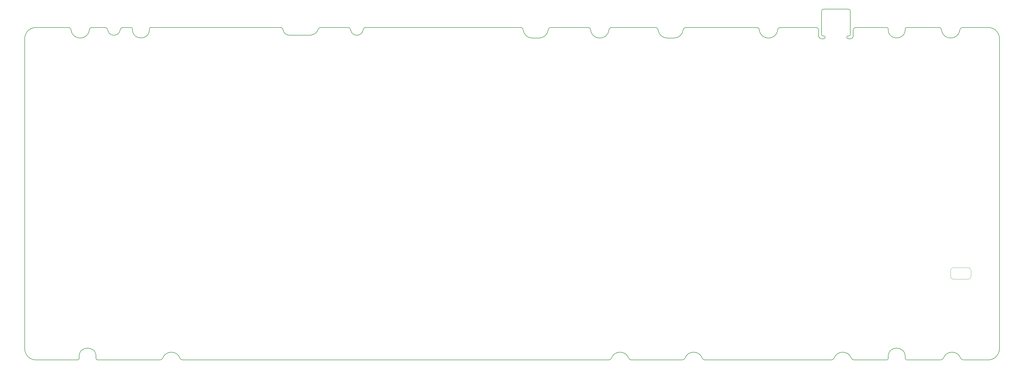
<source format=gbr>
%TF.GenerationSoftware,KiCad,Pcbnew,(5.1.12)-1*%
%TF.CreationDate,2022-12-08T05:34:39+07:00*%
%TF.ProjectId,Solder,536f6c64-6572-42e6-9b69-6361645f7063,rev?*%
%TF.SameCoordinates,Original*%
%TF.FileFunction,Profile,NP*%
%FSLAX46Y46*%
G04 Gerber Fmt 4.6, Leading zero omitted, Abs format (unit mm)*
G04 Created by KiCad (PCBNEW (5.1.12)-1) date 2022-12-08 05:34:39*
%MOMM*%
%LPD*%
G01*
G04 APERTURE LIST*
%TA.AperFunction,Profile*%
%ADD10C,0.050000*%
%TD*%
%TA.AperFunction,Profile*%
%ADD11C,0.200000*%
%TD*%
G04 APERTURE END LIST*
D10*
X362201187Y-112699772D02*
G75*
G02*
X361201187Y-113699772I-1000000J0D01*
G01*
X356057407Y-113699772D02*
G75*
G02*
X355057407Y-112699772I0J1000000D01*
G01*
X355057407Y-110627882D02*
G75*
G02*
X356057407Y-109627882I1000000J0D01*
G01*
X361201187Y-109627882D02*
G75*
G02*
X362201187Y-110627882I0J-1000000D01*
G01*
X355057407Y-110627882D02*
X355057407Y-112699772D01*
X361201187Y-109627882D02*
X356057407Y-109627882D01*
X362201187Y-112699772D02*
X362201187Y-110627882D01*
X356057407Y-113699772D02*
X361201187Y-113699772D01*
D11*
X319651818Y-27237122D02*
G75*
G02*
X319151818Y-27737122I-500000J0D01*
G01*
X318872078Y-27737122D02*
X319151818Y-27737122D01*
X261305099Y-141576939D02*
G75*
G02*
X267387075Y-141576937I3040988J-1146681D01*
G01*
X268322764Y-142224113D02*
X312979408Y-142224112D01*
X261305097Y-141576938D02*
G75*
G02*
X260369408Y-142224112I-935689J352826D01*
G01*
X268322764Y-142224113D02*
G75*
G02*
X267387075Y-141576937I1J1000001D01*
G01*
X260369408Y-142224112D02*
X242359460Y-142224112D01*
X293991233Y-25622536D02*
G75*
G02*
X294984297Y-24740112I993064J-117576D01*
G01*
X62005465Y-25586358D02*
G75*
G02*
X57558969Y-25586360I-2223248J345945D01*
G01*
X51102773Y-25622536D02*
G75*
G02*
X52095837Y-24740112I993064J-117576D01*
G01*
X308495037Y-27737122D02*
X308495037Y-25740112D01*
X131886611Y-25387226D02*
G75*
G02*
X128846033Y-27490113I-3040578J1146752D01*
G01*
X121693287Y-27490414D02*
G75*
G02*
X119470040Y-25586360I-1J2250000D01*
G01*
X203197465Y-24740112D02*
G75*
G02*
X204190529Y-25622536I0J-1000000D01*
G01*
X131886610Y-25387226D02*
G75*
G02*
X132822276Y-24740112I935666J-352886D01*
G01*
X213029693Y-25622536D02*
G75*
G02*
X209802235Y-28490413I-3227458J382123D01*
G01*
X257427535Y-28490413D02*
X255043287Y-28490414D01*
X320655036Y-27737122D02*
G75*
G02*
X319655036Y-28737122I-1000000J0D01*
G01*
X56570863Y-24740113D02*
G75*
G02*
X57558969Y-25586360I-2J-999999D01*
G01*
X227011696Y-24740113D02*
G75*
G02*
X228004759Y-25622536I0J-999999D01*
G01*
X207417987Y-28490413D02*
G75*
G02*
X204190529Y-25622536I0J3250000D01*
G01*
X51102775Y-25622535D02*
G75*
G02*
X44647865Y-25622600I-3227459J382123D01*
G01*
X209802235Y-28490413D02*
X207417987Y-28490414D01*
X147726282Y-25588649D02*
G75*
G02*
X143288150Y-25588650I-2219066J340028D01*
G01*
X142299688Y-24740112D02*
G75*
G02*
X143288150Y-25588650I-1J-1000000D01*
G01*
X260654992Y-25622536D02*
G75*
G02*
X261648056Y-24740112I993064J-117576D01*
G01*
X359223598Y-24741309D02*
X368282037Y-24740113D01*
X118481933Y-24740112D02*
G75*
G02*
X119470040Y-25586360I-2J-1000000D01*
G01*
X293991234Y-25622536D02*
G75*
G02*
X287536318Y-25622536I-3227458J382123D01*
G01*
X128846033Y-27490113D02*
X121693285Y-27490414D01*
X28282038Y-28829112D02*
X28282038Y-138224112D01*
X372282038Y-138224112D02*
X372282037Y-28740112D01*
X234459674Y-25622536D02*
G75*
G02*
X235452738Y-24740112I993064J-117576D01*
G01*
X368282037Y-24740113D02*
G75*
G02*
X372282037Y-28740112I247J-3999753D01*
G01*
X250822765Y-24740112D02*
X235452738Y-24740112D01*
X56570861Y-24740113D02*
X52095837Y-24740112D01*
X358283565Y-25622378D02*
G75*
G02*
X359223598Y-24741309I993069J-117523D01*
G01*
X286543254Y-24740112D02*
G75*
G02*
X287536318Y-25622536I0J-1000000D01*
G01*
X286543254Y-24740112D02*
X261648056Y-24740112D01*
X213029692Y-25622536D02*
G75*
G02*
X214022756Y-24740112I993064J-117576D01*
G01*
X260654993Y-25622536D02*
G75*
G02*
X257427535Y-28490413I-3227458J382123D01*
G01*
X358283567Y-25622377D02*
G75*
G02*
X351828627Y-25622539I-3227480J381954D01*
G01*
X43654724Y-24740197D02*
G75*
G02*
X44647865Y-25622600I81J-999998D01*
G01*
X43654723Y-24740196D02*
X32371028Y-24741112D01*
X147726283Y-25588649D02*
G75*
G02*
X148714746Y-24740112I988463J-151463D01*
G01*
X234459675Y-25622536D02*
G75*
G02*
X228004759Y-25622536I-3227458J379081D01*
G01*
X350835565Y-24740113D02*
G75*
G02*
X351828627Y-25622539I-1J-999999D01*
G01*
X142299687Y-24740113D02*
X132822276Y-24740112D01*
X321655036Y-24740112D02*
X332505244Y-24740112D01*
X28282038Y-28829112D02*
G75*
G02*
X32371028Y-24741112I4000381J87640D01*
G01*
X339006107Y-141024631D02*
X339006107Y-141724112D01*
X359507764Y-142224113D02*
G75*
G02*
X358572075Y-141576937I1J1000001D01*
G01*
X76988301Y-141576735D02*
G75*
G02*
X83069760Y-141576735I3040730J-1145834D01*
G01*
X32282038Y-142224112D02*
G75*
G02*
X28282038Y-138224112I-271J3999729D01*
G01*
X84005525Y-142224111D02*
X234405824Y-142219229D01*
X313915099Y-141576939D02*
G75*
G02*
X319997075Y-141576937I3040988J-1146681D01*
G01*
X339505245Y-24740112D02*
X350835565Y-24740113D01*
X66306107Y-25462132D02*
X66306107Y-25240112D01*
X307495037Y-24740112D02*
G75*
G02*
X308495037Y-25740112I0J-1000000D01*
G01*
X352490097Y-141576938D02*
G75*
G02*
X351554408Y-142224112I-935689J352826D01*
G01*
X76988302Y-141576735D02*
G75*
G02*
X76052537Y-142224112I-935765J352623D01*
G01*
X72306107Y-25240112D02*
X72306107Y-25462132D01*
X255043287Y-28490413D02*
G75*
G02*
X251815829Y-25622536I0J3250000D01*
G01*
X53481107Y-141024631D02*
X53481107Y-141724112D01*
X333006107Y-141024631D02*
X333006107Y-141724112D01*
X321655036Y-24740112D02*
G75*
G03*
X320655036Y-25740112I0J-1000000D01*
G01*
X333006107Y-141724112D02*
G75*
G02*
X332506107Y-142224112I-500000J0D01*
G01*
X372282038Y-138224112D02*
G75*
G02*
X368282037Y-142224112I-3999749J-251D01*
G01*
X313915097Y-141576938D02*
G75*
G02*
X312979408Y-142224112I-935689J352826D01*
G01*
X72806107Y-24740112D02*
X118481931Y-24740112D01*
X294984297Y-24740112D02*
X307495037Y-24740112D01*
X242359460Y-142224112D02*
G75*
G02*
X241423326Y-141575752I1J1000000D01*
G01*
X84005525Y-142224112D02*
G75*
G02*
X83069760Y-141576735I1J1000000D01*
G01*
X320655036Y-27737122D02*
X320655036Y-25740112D01*
X47481107Y-141024631D02*
X47481107Y-141724113D01*
X148714746Y-24740112D02*
X203197465Y-24740112D01*
X250822765Y-24740112D02*
G75*
G02*
X251815829Y-25622536I0J-1000000D01*
G01*
X320932764Y-142224113D02*
G75*
G02*
X319997075Y-141576937I1J1000001D01*
G01*
X227011696Y-24740113D02*
X214022756Y-24740112D01*
X339506107Y-142224112D02*
X351554408Y-142224112D01*
X333006107Y-141024631D02*
G75*
G02*
X339006107Y-141024631I3000000J0D01*
G01*
X65806107Y-24740112D02*
G75*
G02*
X66306107Y-25240112I0J-500000D01*
G01*
X62005463Y-25586358D02*
G75*
G02*
X62993572Y-24740112I988109J-153754D01*
G01*
X339506107Y-142224112D02*
G75*
G02*
X339006107Y-141724112I0J500000D01*
G01*
X65806107Y-24740112D02*
X62993572Y-24740112D01*
X309495037Y-28737122D02*
G75*
G02*
X308495037Y-27737122I0J1000000D01*
G01*
X47481107Y-141024631D02*
G75*
G02*
X53481107Y-141024631I3000000J0D01*
G01*
X235341377Y-141572020D02*
G75*
G02*
X234405824Y-142219229I-935702J352791D01*
G01*
X359507764Y-142224111D02*
X368282037Y-142224112D01*
X47481107Y-141724113D02*
G75*
G02*
X46981106Y-142224112I-500000J1D01*
G01*
X53981107Y-142224112D02*
X76052537Y-142224112D01*
X352490099Y-141576939D02*
G75*
G02*
X358572075Y-141576937I3040988J-1146681D01*
G01*
X235341376Y-141572020D02*
G75*
G02*
X241423326Y-141575752I3040273J-1146282D01*
G01*
X72306107Y-25462132D02*
G75*
G02*
X66306107Y-25462132I-3000000J0D01*
G01*
X72306106Y-25240111D02*
G75*
G02*
X72806107Y-24740112I500000J-1D01*
G01*
X53981107Y-142224112D02*
G75*
G02*
X53481107Y-141724112I0J500000D01*
G01*
X332506107Y-142224112D02*
X320932764Y-142224112D01*
X332505244Y-24740112D02*
G75*
G02*
X333006106Y-25240110I862J-499999D01*
G01*
X46981106Y-142224112D02*
X32282038Y-142224112D01*
X339006106Y-25240111D02*
G75*
G02*
X339505245Y-24740112I500000J0D01*
G01*
X339006107Y-25462132D02*
G75*
G02*
X333006107Y-25462131I-3000000J1D01*
G01*
X339006106Y-25240111D02*
X339006107Y-25462132D01*
X333006107Y-25462131D02*
X333006106Y-25240110D01*
X309991819Y-27737122D02*
X310272087Y-27737122D01*
X309491818Y-19011113D02*
X309491819Y-27237122D01*
X319651818Y-27237122D02*
X319651818Y-19011112D01*
X318891818Y-18251113D02*
X310251818Y-18251112D01*
X318891729Y-18251113D02*
G75*
G02*
X319651818Y-19011112I-1284J-761373D01*
G01*
X309991819Y-27737122D02*
G75*
G02*
X309491819Y-27237122I0J500000D01*
G01*
X319651818Y-28737122D02*
X318872078Y-28737122D01*
X318872078Y-28737122D02*
G75*
G02*
X318872078Y-27737122I0J500000D01*
G01*
X310272087Y-28737122D02*
X309491819Y-28737122D01*
X309491818Y-19011202D02*
G75*
G02*
X310251818Y-18251112I761374J-1284D01*
G01*
X310272087Y-27737122D02*
G75*
G02*
X310272087Y-28737122I0J-500000D01*
G01*
M02*

</source>
